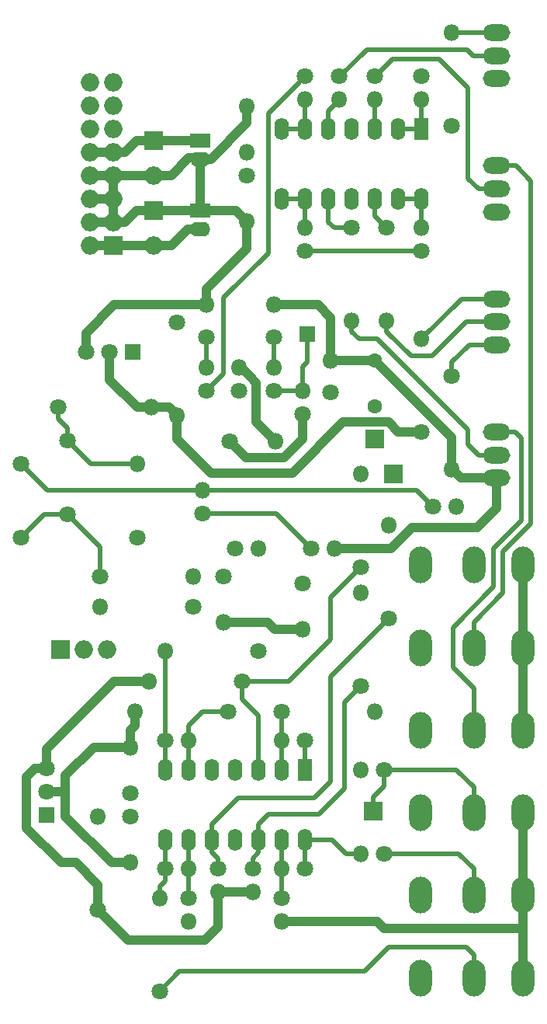
<source format=gbr>
G04 #@! TF.GenerationSoftware,KiCad,Pcbnew,(5.1.5-0)*
G04 #@! TF.CreationDate,2020-08-15T12:00:28+09:00*
G04 #@! TF.ProjectId,3340VCO_pcb_main,33333430-5643-44f5-9f70-63625f6d6169,rev?*
G04 #@! TF.SameCoordinates,PX30a32c0PY9becfe0*
G04 #@! TF.FileFunction,Copper,L2,Bot*
G04 #@! TF.FilePolarity,Positive*
%FSLAX46Y46*%
G04 Gerber Fmt 4.6, Leading zero omitted, Abs format (unit mm)*
G04 Created by KiCad (PCBNEW (5.1.5-0)) date 2020-08-15 12:00:28*
%MOMM*%
%LPD*%
G04 APERTURE LIST*
%ADD10O,2.000000X2.000000*%
%ADD11R,2.000000X2.000000*%
%ADD12R,1.800000X1.800000*%
%ADD13C,1.800000*%
%ADD14C,1.600000*%
%ADD15O,1.800000X1.800000*%
%ADD16O,1.600000X2.400000*%
%ADD17R,1.600000X2.400000*%
%ADD18O,2.500000X4.000000*%
%ADD19R,2.200000X1.600000*%
%ADD20O,2.200000X1.600000*%
%ADD21O,3.000000X1.800000*%
%ADD22C,1.000000*%
%ADD23C,0.500000*%
G04 APERTURE END LIST*
D10*
X12700000Y39814500D03*
X10160000Y39814500D03*
D11*
X7620000Y39814500D03*
X41719500Y22161500D03*
X43942000Y58928000D03*
X41910000Y62738000D03*
D12*
X34544000Y74168000D03*
X6019800Y21717000D03*
D13*
X6019800Y26797000D03*
X6019800Y24257000D03*
D12*
X15443200Y72237600D03*
D13*
X10363200Y72237600D03*
X12903200Y72237600D03*
D14*
X41910000Y71294000D03*
X41910000Y66294000D03*
D13*
X29210000Y39624000D03*
D15*
X19050000Y39624000D03*
D16*
X34290000Y19050000D03*
X19050000Y26670000D03*
X31750000Y19050000D03*
X21590000Y26670000D03*
X29210000Y19050000D03*
X24130000Y26670000D03*
X26670000Y19050000D03*
X26670000Y26670000D03*
X24130000Y19050000D03*
X29210000Y26670000D03*
X21590000Y19050000D03*
X31750000Y26670000D03*
X19050000Y19050000D03*
D17*
X34290000Y26670000D03*
D16*
X46990000Y88900000D03*
X31750000Y96520000D03*
X44450000Y88900000D03*
X34290000Y96520000D03*
X41910000Y88900000D03*
X36830000Y96520000D03*
X39370000Y88900000D03*
X39370000Y96520000D03*
X36830000Y88900000D03*
X41910000Y96520000D03*
X34290000Y88900000D03*
X44450000Y96520000D03*
X31750000Y88900000D03*
D17*
X46990000Y96520000D03*
D13*
X39370000Y85725000D03*
D15*
X39370000Y75565000D03*
D13*
X27051000Y67945000D03*
D15*
X27051000Y70485000D03*
D18*
X46850000Y31000000D03*
X52700000Y31000000D03*
X58050000Y31000000D03*
X46850000Y4000000D03*
X52700000Y4000000D03*
X58050000Y4000000D03*
X46850000Y13000000D03*
X52700000Y13000000D03*
X58050000Y13000000D03*
X46850000Y22000000D03*
X52700000Y22000000D03*
X58050000Y22000000D03*
X46850000Y40000000D03*
X52700000Y40000000D03*
X58050000Y40000000D03*
X46850000Y49000000D03*
X52700000Y49000000D03*
X58050000Y49000000D03*
D15*
X27940000Y86440000D03*
D13*
X27940000Y91440000D03*
D15*
X23495000Y77343000D03*
D13*
X23495000Y73843000D03*
D15*
X30861000Y77343000D03*
D13*
X30861000Y73843000D03*
X34036000Y46990000D03*
D15*
X34036000Y41990000D03*
D13*
X37084000Y67818000D03*
D15*
X37084000Y71318000D03*
D19*
X22860000Y95250000D03*
D20*
X22860000Y93250000D03*
X22860000Y85630000D03*
D19*
X22860000Y87630000D03*
D15*
X25400000Y42752000D03*
D13*
X25400000Y47752000D03*
D15*
X31035000Y62484000D03*
D13*
X26035000Y62484000D03*
D15*
X15240000Y29130000D03*
D13*
X15240000Y24130000D03*
X15240000Y21590000D03*
D15*
X15240000Y16590000D03*
X27940000Y93980000D03*
X27940000Y98980000D03*
D13*
X16000000Y52000000D03*
X8380000Y54540000D03*
X3300000Y52000000D03*
D21*
X55200000Y78000000D03*
X55200000Y75500000D03*
X55200000Y73000000D03*
X55200000Y58500000D03*
X55200000Y61000000D03*
X55200000Y63500000D03*
X55200000Y92500000D03*
X55200000Y90000000D03*
X55200000Y87500000D03*
X55200000Y102000000D03*
X55200000Y104500000D03*
X55200000Y107000000D03*
D15*
X16000000Y60000000D03*
D13*
X8380000Y62540000D03*
X3300000Y60000000D03*
X19050000Y15875000D03*
D15*
X21590000Y15875000D03*
X31750000Y15875000D03*
D13*
X34290000Y15875000D03*
X31750000Y12700000D03*
D15*
X31750000Y10160000D03*
D10*
X17780000Y91440000D03*
D11*
X17780000Y95250000D03*
X17780000Y87630000D03*
D10*
X17780000Y83820000D03*
D15*
X23495000Y70485000D03*
D13*
X23495000Y67945000D03*
X30861000Y67945000D03*
D15*
X30861000Y70485000D03*
X41910000Y99695000D03*
D13*
X41910000Y102235000D03*
D15*
X37973000Y99695000D03*
D13*
X37973000Y102235000D03*
D15*
X46990000Y85725000D03*
D13*
X46990000Y83185000D03*
X34290000Y83185000D03*
D15*
X34290000Y85725000D03*
D13*
X46990000Y102235000D03*
D15*
X46990000Y99695000D03*
D13*
X34290000Y102235000D03*
D15*
X34290000Y99695000D03*
X21590000Y29845000D03*
D13*
X19050000Y29845000D03*
D15*
X23114000Y57150000D03*
D13*
X23114000Y54610000D03*
X34925000Y50800000D03*
D15*
X37465000Y50800000D03*
D13*
X34036000Y65405000D03*
D15*
X34036000Y67945000D03*
X29210000Y50800000D03*
D13*
X26670000Y50800000D03*
X24765000Y15875000D03*
D15*
X24765000Y13335000D03*
X28575000Y13335000D03*
D13*
X28575000Y15875000D03*
D15*
X21590000Y10160000D03*
D13*
X21590000Y12700000D03*
D15*
X31750000Y29845000D03*
D13*
X34290000Y29845000D03*
X42926000Y17526000D03*
D15*
X40386000Y17526000D03*
X40386000Y26670000D03*
D13*
X42926000Y26670000D03*
D11*
X13335000Y83820000D03*
D10*
X10795000Y83820000D03*
X13335000Y86360000D03*
X10795000Y86360000D03*
X13335000Y88900000D03*
X10795000Y88900000D03*
X13335000Y91440000D03*
X10795000Y91440000D03*
X13335000Y93980000D03*
X10795000Y93980000D03*
X13335000Y96520000D03*
X10795000Y96520000D03*
X13335000Y99060000D03*
X10795000Y99060000D03*
X13335000Y101600000D03*
X10795000Y101600000D03*
D15*
X43180000Y75565000D03*
D13*
X43180000Y85725000D03*
X46990000Y63500000D03*
D15*
X46990000Y73660000D03*
D13*
X50292000Y96840000D03*
D15*
X50292000Y107000000D03*
D13*
X20320000Y75438000D03*
D15*
X20320000Y65278000D03*
D13*
X50292000Y69596000D03*
D15*
X50292000Y59436000D03*
D13*
X11938000Y47752000D03*
D15*
X22098000Y47752000D03*
D13*
X7366000Y66167000D03*
D15*
X17526000Y66167000D03*
D13*
X22098000Y44450000D03*
D15*
X11938000Y44450000D03*
D13*
X11684000Y11430000D03*
D15*
X11684000Y21590000D03*
D13*
X43434000Y43180000D03*
D15*
X43434000Y53340000D03*
X40386000Y45974000D03*
D13*
X40386000Y35814000D03*
X40386000Y48768000D03*
D15*
X40386000Y58928000D03*
D13*
X48260000Y55372000D03*
D15*
X50800000Y55372000D03*
D13*
X25908000Y33020000D03*
D15*
X15748000Y33020000D03*
X17272000Y36322000D03*
D13*
X27432000Y36322000D03*
X31750000Y33020000D03*
D15*
X41910000Y33020000D03*
D13*
X18415000Y2540000D03*
D15*
X18415000Y12700000D03*
D22*
X10795000Y91440000D02*
X13335000Y91440000D01*
X13335000Y91440000D02*
X17780000Y91440000D01*
X13335000Y91440000D02*
X13335000Y86360000D01*
X10795000Y86360000D02*
X13335000Y86360000D01*
X10795000Y88900000D02*
X13335000Y88900000D01*
X14605000Y86360000D02*
X13335000Y86360000D01*
X15875000Y87630000D02*
X14605000Y86360000D01*
X17780000Y87630000D02*
X15875000Y87630000D01*
X22765000Y93345000D02*
X22860000Y93250000D01*
X21590000Y93345000D02*
X22765000Y93345000D01*
X19685000Y91440000D02*
X21590000Y93345000D01*
X17780000Y91440000D02*
X19685000Y91440000D01*
X17780000Y87630000D02*
X22860000Y87630000D01*
X26750000Y87630000D02*
X27940000Y86440000D01*
X22860000Y87630000D02*
X26750000Y87630000D01*
X22860000Y93250000D02*
X22860000Y87630000D01*
X58050000Y13000000D02*
X58050000Y22000000D01*
X58050000Y31000000D02*
X58050000Y40000000D01*
X58050000Y40000000D02*
X58050000Y49000000D01*
X51228000Y58500000D02*
X50292000Y59436000D01*
X55200000Y58500000D02*
X51228000Y58500000D01*
X13128000Y16590000D02*
X8128000Y21590000D01*
X15240000Y16590000D02*
X13128000Y16590000D01*
X25400000Y42752000D02*
X30146000Y42752000D01*
X30908000Y41990000D02*
X34036000Y41990000D01*
X30146000Y42752000D02*
X30908000Y41990000D01*
X15748000Y33020000D02*
X15748000Y31496000D01*
X15240000Y30988000D02*
X15240000Y29130000D01*
X15748000Y31496000D02*
X15240000Y30988000D01*
X55200000Y55200000D02*
X55200000Y58500000D01*
X53086000Y53086000D02*
X55200000Y55200000D01*
X45974000Y53086000D02*
X53086000Y53086000D01*
X43688000Y50800000D02*
X45974000Y53086000D01*
X37465000Y50800000D02*
X43688000Y50800000D01*
X42164000Y10160000D02*
X31750000Y10160000D01*
X42926000Y9398000D02*
X42164000Y10160000D01*
X58050000Y9398000D02*
X42926000Y9398000D01*
X58050000Y4000000D02*
X58050000Y9398000D01*
X58050000Y13000000D02*
X58050000Y9398000D01*
X28956000Y64563000D02*
X28956000Y68834000D01*
X28204999Y69585001D02*
X27305000Y70485000D01*
X28956000Y68834000D02*
X28204999Y69585001D01*
X31035000Y62484000D02*
X28956000Y64563000D01*
X27940000Y83515200D02*
X27940000Y86440000D01*
X23495000Y79070200D02*
X27940000Y83515200D01*
X23495000Y77343000D02*
X23495000Y79070200D01*
X27940000Y97198630D02*
X23991370Y93250000D01*
X27940000Y98980000D02*
X27940000Y97198630D01*
X23991370Y93250000D02*
X22860000Y93250000D01*
X8128000Y24257000D02*
X8128000Y21590000D01*
X8128000Y26035000D02*
X8128000Y24257000D01*
X11223000Y29130000D02*
X8128000Y26035000D01*
X15240000Y29130000D02*
X11223000Y29130000D01*
X50292000Y62912000D02*
X50292000Y59436000D01*
X41886000Y71318000D02*
X50292000Y62912000D01*
X37084000Y71318000D02*
X41886000Y71318000D01*
X15240000Y77343000D02*
X23495000Y77343000D01*
X13462000Y77343000D02*
X15240000Y77343000D01*
X10363200Y74244200D02*
X13462000Y77343000D01*
X10363200Y72237600D02*
X10363200Y74244200D01*
X7080460Y24257000D02*
X8128000Y24257000D01*
X6019800Y24257000D02*
X7080460Y24257000D01*
X37084000Y75946000D02*
X35687000Y77343000D01*
X35687000Y77343000D02*
X30861000Y77343000D01*
X37084000Y71318000D02*
X37084000Y75946000D01*
D23*
X23495000Y70485000D02*
X23495000Y73843000D01*
X30861000Y70485000D02*
X30861000Y73914000D01*
D22*
X19431000Y66167000D02*
X20320000Y65278000D01*
X17526000Y66167000D02*
X19431000Y66167000D01*
X12903200Y69189600D02*
X12903200Y72237600D01*
X15925800Y66167000D02*
X12903200Y69189600D01*
X17526000Y66167000D02*
X15925800Y66167000D01*
X44450000Y63500000D02*
X46990000Y63500000D01*
X43370500Y64579500D02*
X44450000Y63500000D01*
X32862990Y59024990D02*
X38417500Y64579500D01*
X24033010Y59024990D02*
X32862990Y59024990D01*
X38417500Y64579500D02*
X43370500Y64579500D01*
X20320000Y62738000D02*
X24033010Y59024990D01*
X20320000Y65278000D02*
X20320000Y62738000D01*
X10795000Y93980000D02*
X13335000Y93980000D01*
X14605000Y93980000D02*
X13335000Y93980000D01*
X15875000Y95250000D02*
X14605000Y93980000D01*
X17780000Y95250000D02*
X15875000Y95250000D01*
X17780000Y95250000D02*
X22860000Y95250000D01*
X34036000Y62738000D02*
X34036000Y65405000D01*
X32004000Y60706000D02*
X34036000Y62738000D01*
X27813000Y60706000D02*
X32004000Y60706000D01*
X26035000Y62484000D02*
X27813000Y60706000D01*
X10795000Y83820000D02*
X13335000Y83820000D01*
X13335000Y83820000D02*
X17780000Y83820000D01*
X22860000Y85630000D02*
X21495000Y85630000D01*
X19685000Y83820000D02*
X17780000Y83820000D01*
X21495000Y85630000D02*
X19685000Y83820000D01*
D23*
X50292000Y107000000D02*
X55200000Y107000000D01*
X53200000Y61000000D02*
X55200000Y61000000D01*
X42164000Y73660000D02*
X52070000Y63754000D01*
X40143630Y73660000D02*
X42164000Y73660000D01*
X39370000Y74433630D02*
X40143630Y73660000D01*
X52070000Y63754000D02*
X52070000Y62130000D01*
X52070000Y62130000D02*
X53200000Y61000000D01*
X39370000Y75565000D02*
X39370000Y74433630D01*
X42709999Y103034999D02*
X41910000Y102235000D01*
X43815000Y104140000D02*
X42709999Y103034999D01*
X48895000Y104140000D02*
X43815000Y104140000D01*
X52070000Y100965000D02*
X48895000Y104140000D01*
X52070000Y91130000D02*
X52070000Y100965000D01*
X53200000Y90000000D02*
X52070000Y91130000D01*
X55200000Y90000000D02*
X53200000Y90000000D01*
X41910000Y96520000D02*
X41910000Y99695000D01*
X36830000Y98425000D02*
X38100000Y99695000D01*
X36830000Y96520000D02*
X36830000Y98425000D01*
X6150000Y57150000D02*
X3300000Y60000000D01*
X23114000Y57150000D02*
X6150000Y57150000D01*
X33390001Y101335001D02*
X34290000Y102235000D01*
X30299999Y98244999D02*
X33390001Y101335001D01*
X25400000Y78105000D02*
X30299999Y83004999D01*
X23495000Y67945000D02*
X25400000Y69850000D01*
X30299999Y83004999D02*
X30299999Y98244999D01*
X25400000Y69850000D02*
X25400000Y78105000D01*
X46482000Y57150000D02*
X48260000Y55372000D01*
X23114000Y57150000D02*
X46482000Y57150000D01*
X21590000Y31496000D02*
X21590000Y29845000D01*
X23114000Y33020000D02*
X21590000Y31496000D01*
X25908000Y33020000D02*
X23114000Y33020000D01*
X21590000Y29845000D02*
X21590000Y26670000D01*
X19050000Y39624000D02*
X19050000Y29845000D01*
X19050000Y29845000D02*
X19050000Y26670000D01*
X34036000Y67945000D02*
X30861000Y67945000D01*
X34036000Y67945000D02*
X34036000Y70612000D01*
X34544000Y71120000D02*
X34544000Y74168000D01*
X34036000Y70612000D02*
X34544000Y71120000D01*
X57200000Y63500000D02*
X55200000Y63500000D01*
X57912000Y62788000D02*
X57200000Y63500000D01*
X57912000Y53848000D02*
X57912000Y62788000D01*
X54864000Y50800000D02*
X57912000Y53848000D01*
X54864000Y46609000D02*
X54864000Y50800000D01*
X50419000Y42164000D02*
X54864000Y46609000D01*
X52700000Y35565000D02*
X50419000Y37846000D01*
X50419000Y37846000D02*
X50419000Y42164000D01*
X52700000Y31000000D02*
X52700000Y35565000D01*
X52700000Y42794000D02*
X55880000Y45974000D01*
X55880000Y50430614D02*
X58928000Y53478614D01*
X57296500Y92500000D02*
X55200000Y92500000D01*
X58928000Y53478614D02*
X58928000Y90868500D01*
X55880000Y45974000D02*
X55880000Y50430614D01*
X58928000Y90868500D02*
X57296500Y92500000D01*
X52700000Y40000000D02*
X52700000Y42794000D01*
X43434000Y7366000D02*
X40767000Y4699000D01*
X51834000Y7366000D02*
X43434000Y7366000D01*
X20574000Y4699000D02*
X18415000Y2540000D01*
X40767000Y4699000D02*
X20574000Y4699000D01*
X52700000Y6500000D02*
X51834000Y7366000D01*
X52700000Y4000000D02*
X52700000Y6500000D01*
X44198792Y17526000D02*
X42926000Y17526000D01*
X51054000Y17526000D02*
X44198792Y17526000D01*
X52700000Y15880000D02*
X51054000Y17526000D01*
X52700000Y13000000D02*
X52700000Y15880000D01*
X42926000Y26670000D02*
X50800000Y26670000D01*
X52700000Y24770000D02*
X52700000Y22000000D01*
X50800000Y26670000D02*
X52700000Y24770000D01*
X42926000Y26670000D02*
X42926000Y24892000D01*
X41719500Y23685500D02*
X41719500Y22161500D01*
X42926000Y24892000D02*
X41719500Y23685500D01*
X43180000Y85725000D02*
X41910000Y86995000D01*
X41910000Y86995000D02*
X41910000Y88900000D01*
X36830000Y88900000D02*
X36830000Y86360000D01*
X37465000Y85725000D02*
X39370000Y85725000D01*
X36830000Y86360000D02*
X37465000Y85725000D01*
X51965500Y105156000D02*
X41021000Y105156000D01*
X52621500Y104500000D02*
X51965500Y105156000D01*
X41021000Y105156000D02*
X38100000Y102235000D01*
X55200000Y104500000D02*
X52621500Y104500000D01*
X46990000Y83185000D02*
X34290000Y83185000D01*
X44450000Y88900000D02*
X46990000Y88900000D01*
X46990000Y88900000D02*
X46990000Y85725000D01*
X31750000Y88900000D02*
X34290000Y88900000D01*
X34290000Y88900000D02*
X34290000Y85725000D01*
X44450000Y96520000D02*
X46990000Y96520000D01*
X46990000Y96520000D02*
X46990000Y99695000D01*
X31750000Y96520000D02*
X34290000Y96520000D01*
X34290000Y96520000D02*
X34290000Y99695000D01*
X31115000Y54610000D02*
X23114000Y54610000D01*
X34925000Y50800000D02*
X31115000Y54610000D01*
X5840000Y54540000D02*
X3300000Y52000000D01*
X8380000Y54540000D02*
X5840000Y54540000D01*
X11938000Y50982000D02*
X8380000Y54540000D01*
X11938000Y47752000D02*
X11938000Y50982000D01*
X29210000Y17654396D02*
X29210000Y17780000D01*
X29210000Y17780000D02*
X29210000Y19050000D01*
X28575000Y17019396D02*
X29210000Y17654396D01*
X28575000Y15875000D02*
X28575000Y17019396D01*
X38608000Y34036000D02*
X40386000Y35814000D01*
X38608000Y24638000D02*
X38608000Y34036000D01*
X29210000Y19050000D02*
X29210000Y20750000D01*
X30304000Y21844000D02*
X35814000Y21844000D01*
X29210000Y20750000D02*
X30304000Y21844000D01*
X35814000Y21844000D02*
X38608000Y24638000D01*
X51878000Y75500000D02*
X55200000Y75500000D01*
X48133000Y71755000D02*
X51878000Y75500000D01*
X45858630Y71755000D02*
X48133000Y71755000D01*
X43180000Y74433630D02*
X45858630Y71755000D01*
X43180000Y75565000D02*
X43180000Y74433630D01*
X29210000Y32575500D02*
X29210000Y26670000D01*
X27432000Y34353500D02*
X29210000Y32575500D01*
X27432000Y36322000D02*
X27432000Y34353500D01*
X37084000Y40894000D02*
X32512000Y36322000D01*
X29210000Y36322000D02*
X27432000Y36322000D01*
X32512000Y36322000D02*
X29210000Y36322000D01*
X37084000Y45466000D02*
X37084000Y40894000D01*
X40386000Y48768000D02*
X37084000Y45466000D01*
X31750000Y19050000D02*
X31750000Y15875000D01*
X31750000Y15875000D02*
X31750000Y12700000D01*
D22*
X11684000Y11430000D02*
X14986000Y8128000D01*
X14986000Y8128000D02*
X23368000Y8128000D01*
X24765000Y9525000D02*
X24765000Y13335000D01*
X23368000Y8128000D02*
X24765000Y9525000D01*
X24765000Y13335000D02*
X28575000Y13335000D01*
X13411200Y36322000D02*
X17272000Y36322000D01*
X6019800Y28930600D02*
X13411200Y36322000D01*
X6019800Y26797000D02*
X6019800Y28930600D01*
X4775200Y26797000D02*
X6019800Y26797000D01*
X3886200Y25908000D02*
X4775200Y26797000D01*
X3886200Y20345400D02*
X3886200Y25908000D01*
X9241800Y16590000D02*
X7641600Y16590000D01*
X7641600Y16590000D02*
X3886200Y20345400D01*
X11684000Y14147800D02*
X9241800Y16590000D01*
X11684000Y11430000D02*
X11684000Y14147800D01*
D23*
X37084000Y36830000D02*
X43434000Y43180000D01*
X37084000Y25400000D02*
X37084000Y36830000D01*
X35306000Y23622000D02*
X37084000Y25400000D01*
X27002000Y23622000D02*
X35306000Y23622000D01*
X24130000Y20750000D02*
X27002000Y23622000D01*
X24130000Y19050000D02*
X24130000Y20750000D01*
X24765000Y17018000D02*
X24765000Y15875000D01*
X24130000Y17653000D02*
X24765000Y17018000D01*
X24130000Y19050000D02*
X24130000Y17653000D01*
X19050000Y19050000D02*
X19050000Y15875000D01*
X18415000Y13967208D02*
X18415000Y12700000D01*
X19050000Y14602208D02*
X18415000Y13967208D01*
X19050000Y15875000D02*
X19050000Y14602208D01*
X21590000Y15875000D02*
X21590000Y12700000D01*
X21590000Y15875000D02*
X21590000Y19050000D01*
X34290000Y15875000D02*
X34290000Y19050000D01*
X34290000Y19050000D02*
X37211000Y19050000D01*
X38735000Y17526000D02*
X40386000Y17526000D01*
X37211000Y19050000D02*
X38735000Y17526000D01*
X34290000Y26670000D02*
X34290000Y29845000D01*
X31750000Y26670000D02*
X31750000Y29845000D01*
X31750000Y33020000D02*
X31750000Y29845000D01*
X51330000Y78000000D02*
X46990000Y73660000D01*
X55200000Y78000000D02*
X51330000Y78000000D01*
X55200000Y73000000D02*
X52172000Y73000000D01*
X50292000Y71120000D02*
X50292000Y69596000D01*
X52172000Y73000000D02*
X50292000Y71120000D01*
X10920000Y60000000D02*
X8380000Y62540000D01*
X16000000Y60000000D02*
X10920000Y60000000D01*
X7366000Y64897000D02*
X7366000Y66167000D01*
X8380000Y63883000D02*
X7366000Y64897000D01*
X8380000Y62540000D02*
X8380000Y63883000D01*
M02*

</source>
